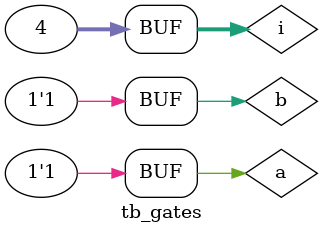
<source format=v>
module tb_gates;
  reg a,b;
  wire  y1,y2,y3,y4,y5,y6;

  gates uut(
    .a(a),
    .b(b),
    .y1(y1),
    .y2(y2),
    .y3(y3),
    .y4(y4),
    .y5(y5),
    .y6(y6)

  );
  integer i ;
  initial begin
    $dumpfile("exp1.vcd");
    $dumpvars(0,tb_exp1);
    
    for(i=0;i<4;i=i+1)
    begin
      {a,b} = i; 
      #10;
    end
end
endmodule    
</source>
